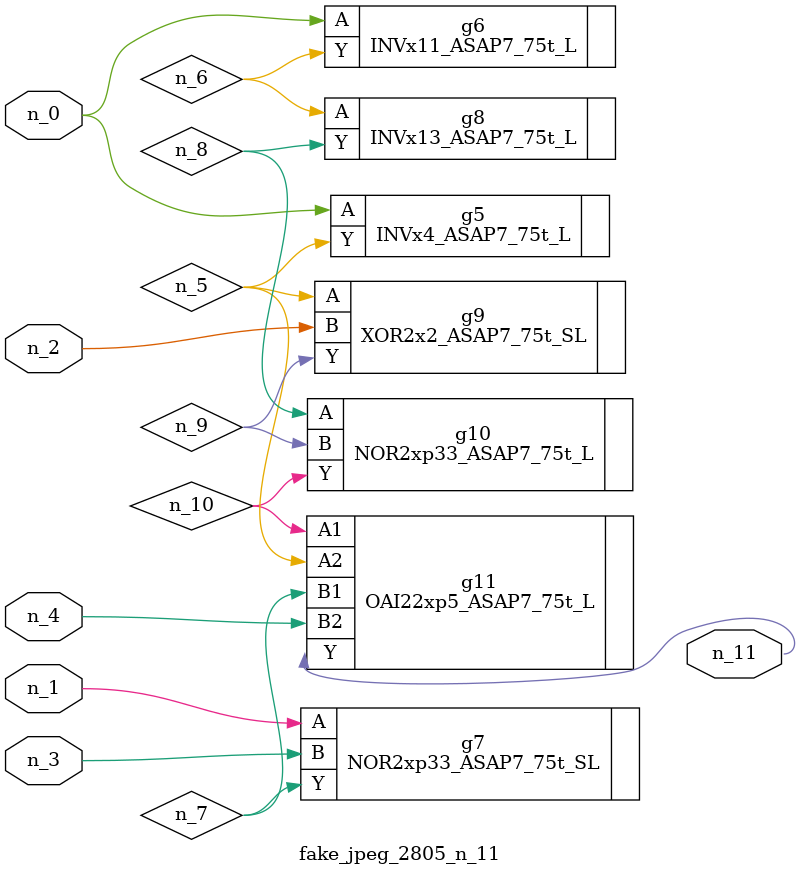
<source format=v>
module fake_jpeg_2805_n_11 (n_3, n_2, n_1, n_0, n_4, n_11);

input n_3;
input n_2;
input n_1;
input n_0;
input n_4;

output n_11;

wire n_10;
wire n_8;
wire n_9;
wire n_6;
wire n_5;
wire n_7;

INVx4_ASAP7_75t_L g5 ( 
.A(n_0),
.Y(n_5)
);

INVx11_ASAP7_75t_L g6 ( 
.A(n_0),
.Y(n_6)
);

NOR2xp33_ASAP7_75t_SL g7 ( 
.A(n_1),
.B(n_3),
.Y(n_7)
);

INVx13_ASAP7_75t_L g8 ( 
.A(n_6),
.Y(n_8)
);

NOR2xp33_ASAP7_75t_L g10 ( 
.A(n_8),
.B(n_9),
.Y(n_10)
);

XOR2x2_ASAP7_75t_SL g9 ( 
.A(n_5),
.B(n_2),
.Y(n_9)
);

OAI22xp5_ASAP7_75t_L g11 ( 
.A1(n_10),
.A2(n_5),
.B1(n_7),
.B2(n_4),
.Y(n_11)
);


endmodule
</source>
